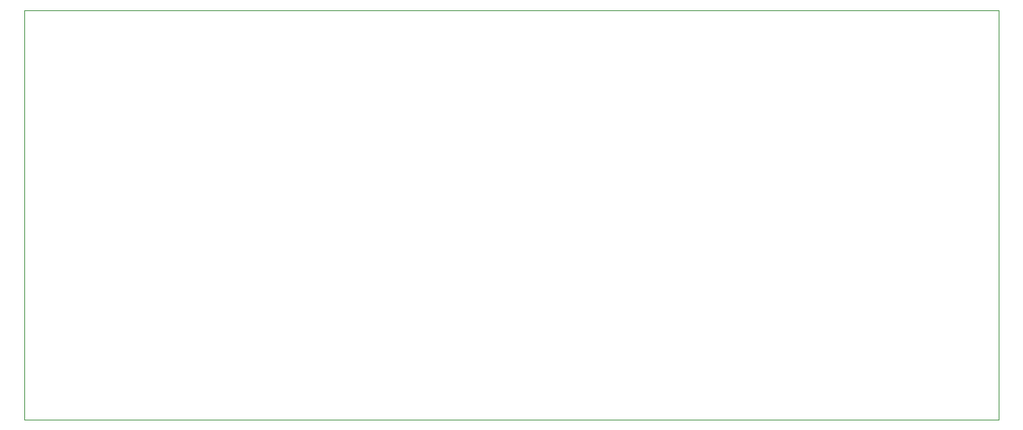
<source format=gbr>
%TF.GenerationSoftware,Altium Limited,Altium Designer,24.10.1 (45)*%
G04 Layer_Color=0*
%FSLAX45Y45*%
%MOMM*%
%TF.SameCoordinates,2EBBFB3B-01A8-4DF5-8D17-AA19E7DB42BB*%
%TF.FilePolarity,Positive*%
%TF.FileFunction,Profile,NP*%
%TF.Part,Single*%
G01*
G75*
%TA.AperFunction,Profile*%
%ADD98C,0.02540*%
D98*
X2540000Y2540000D02*
X13730000D01*
Y7240000D01*
X2540000D01*
Y2540000D01*
%TF.MD5,e70031de769c33a4311b33a59477e6f9*%
M02*

</source>
